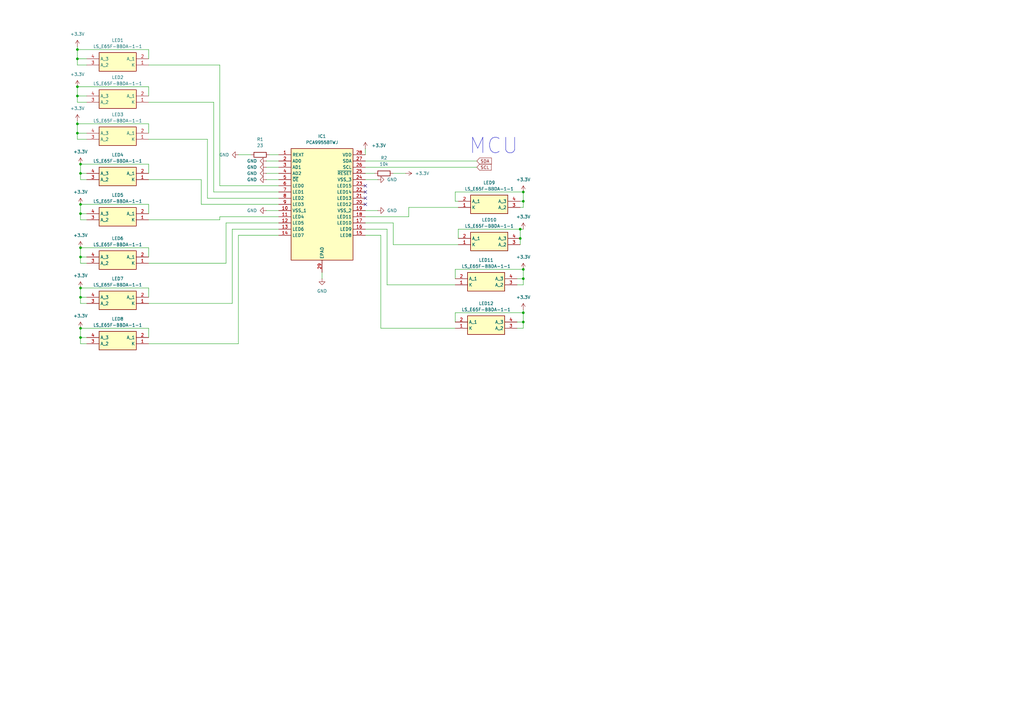
<source format=kicad_sch>
(kicad_sch (version 20250114) (generator "eeschema") (generator_version "9.0")
  (paper "A3")
  (title_block (title "Led_Driver") (date "2025-10-06") (company "Emirhan Yeler"))
  (lib_symbols
    (symbol "Device:R" (pin_numbers (hide yes)) (pin_names (offset 0))
      (property "Reference" "R" (at 2.032 0 90))
      (property "Value" "R" (at 0 0 90))
      (symbol "R_0_1"
        (rectangle (start -1.016 -2.54) (end 1.016 2.54) (stroke (width 0.254)))
      )
      (symbol "R_1_1"
        (pin passive line (at 0 3.81 270) (length 1.27) (name "~") (number "1"))
        (pin passive line (at 0 -3.81 90) (length 1.27) (name "~") (number "2"))
      )
    )
    (symbol "LS_E65F-BBDA-1-1:LS_E65F-BBDA-1-1"
      (property "Reference" "LED" (at 21.59 7.62 0))
      (property "Value" "LS_E65F-BBDA-1-1" (at 21.59 5.08 0))
      (symbol "LS_E65F-BBDA-1-1_1_1"
        (rectangle (start 5.08 2.54) (end 20.32 -5.08) (stroke (width 0.254)) (fill (type background)))
        (pin passive line (at 0 0 0) (length 5.08) (name "A_3") (number "4"))
        (pin passive line (at 0 -2.54 0) (length 5.08) (name "A_2") (number "3"))
        (pin passive line (at 25.4 0 180) (length 5.08) (name "A_1") (number "2"))
        (pin passive line (at 25.4 -2.54 180) (length 5.08) (name "K") (number "1"))
      )
    )
    (symbol "PCA9955BTWJ:PCA9955BTWJ"
      (property "Reference" "IC" (at 31.75 7.62 0))
      (property "Value" "PCA9955BTWJ" (at 31.75 5.08 0))
      (symbol "PCA9955BTWJ_1_1"
        (rectangle (start 5.08 2.54) (end 30.48 -43.18) (stroke (width 0.254)) (fill (type background)))
        (pin input line (at 0 0 0) (length 5.08) (name "REXT") (number "1"))
        (pin input line (at 0 -2.54 0) (length 5.08) (name "AD0") (number "2"))
        (pin input line (at 0 -5.08 0) (length 5.08) (name "AD1") (number "3"))
        (pin input line (at 0 -7.62 0) (length 5.08) (name "AD2") (number "4"))
        (pin input line (at 0 -10.16 0) (length 5.08) (name "~{OE}") (number "5"))
        (pin output line (at 0 -12.7 0) (length 5.08) (name "LED0") (number "6"))
        (pin output line (at 0 -15.24 0) (length 5.08) (name "LED1") (number "7"))
        (pin output line (at 0 -17.78 0) (length 5.08) (name "LED2") (number "8"))
        (pin output line (at 0 -20.32 0) (length 5.08) (name "LED3") (number "9"))
        (pin power_in line (at 0 -22.86 0) (length 5.08) (name "VSS_1") (number "10"))
        (pin output line (at 0 -25.4 0) (length 5.08) (name "LED4") (number "11"))
        (pin output line (at 0 -27.94 0) (length 5.08) (name "LED5") (number "12"))
        (pin output line (at 0 -30.48 0) (length 5.08) (name "LED6") (number "13"))
        (pin output line (at 0 -33.02 0) (length 5.08) (name "LED7") (number "14"))
        (pin power_in line (at 17.78 -48.26 90) (length 5.08) (name "EPAD") (number "29"))
        (pin power_in line (at 35.56 0 180) (length 5.08) (name "VDD") (number "28"))
        (pin bidirectional line (at 35.56 -2.54 180) (length 5.08) (name "SDA") (number "27"))
        (pin input line (at 35.56 -5.08 180) (length 5.08) (name "SCL") (number "26"))
        (pin input line (at 35.56 -7.62 180) (length 5.08) (name "~{RESET}") (number "25"))
        (pin power_in line (at 35.56 -10.16 180) (length 5.08) (name "VSS_3") (number "24"))
        (pin output line (at 35.56 -12.7 180) (length 5.08) (name "LED15") (number "23"))
        (pin output line (at 35.56 -15.24 180) (length 5.08) (name "LED14") (number "22"))
        (pin output line (at 35.56 -17.78 180) (length 5.08) (name "LED13") (number "21"))
        (pin output line (at 35.56 -20.32 180) (length 5.08) (name "LED12") (number "20"))
        (pin power_in line (at 35.56 -22.86 180) (length 5.08) (name "VSS_2") (number "19"))
        (pin output line (at 35.56 -25.4 180) (length 5.08) (name "LED11") (number "18"))
        (pin output line (at 35.56 -27.94 180) (length 5.08) (name "LED10") (number "17"))
        (pin output line (at 35.56 -30.48 180) (length 5.08) (name "LED9") (number "16"))
        (pin output line (at 35.56 -33.02 180) (length 5.08) (name "LED8") (number "15"))
      )
    )
    (symbol "power:+3.3V" (power) (pin_numbers (hide yes)) (pin_names (offset 0) (hide yes))
      (property "Value" "+3.3V" (at 0 3.556 0))
      (symbol "+3.3V_0_1"
        (polyline (pts (xy -0.762 1.27) (xy 0 2.54)))
        (polyline (pts (xy 0 2.54) (xy 0.762 1.27)))
        (polyline (pts (xy 0 0) (xy 0 2.54)))
      )
      (symbol "+3.3V_1_1"
        (pin power_in line (at 0 0 90) (length 0) (name "~") (number "1"))
      )
    )
    (symbol "power:GND" (power) (pin_numbers (hide yes)) (pin_names (offset 0) (hide yes))
      (property "Value" "GND" (at 0 -3.81 0))
      (symbol "GND_0_1"
        (polyline (pts (xy 0 0) (xy 0 -1.27) (xy 1.27 -1.27) (xy 0 -2.54) (xy -1.27 -1.27) (xy 0 -1.27)))
      )
      (symbol "GND_1_1"
        (pin power_in line (at 0 0 270) (length 0) (name "~") (number "1"))
      )
    )
  )
  (text "MCU" (at 202.438 59.944 0) (effects (font (size 6.35 6.35))))
  (junction (at 214.63 128.27))
  (junction (at 31.75 54.61))
  (junction (at 33.02 105.41))
  (junction (at 33.02 138.43))
  (junction (at 214.63 132.08))
  (junction (at 214.63 78.74))
  (junction (at 213.36 93.98))
  (junction (at 31.75 39.37))
  (junction (at 33.02 101.6))
  (junction (at 33.02 87.63))
  (junction (at 33.02 134.62))
  (junction (at 33.02 118.11))
  (junction (at 31.75 24.13))
  (junction (at 33.02 83.82))
  (junction (at 214.63 82.55))
  (junction (at 31.75 50.8))
  (junction (at 31.75 20.32))
  (junction (at 213.36 97.79))
  (junction (at 214.63 114.3))
  (junction (at 33.02 71.12))
  (junction (at 33.02 121.92))
  (junction (at 31.75 35.56))
  (junction (at 33.02 67.31))
  (junction (at 214.63 110.49))
  (no_connect (at 149.86 83.82))
  (no_connect (at 149.86 78.74))
  (no_connect (at 149.86 76.2))
  (no_connect (at 149.86 81.28))
  (wire (pts (xy 110.49 63.5) (xy 114.3 63.5)))
  (wire (pts (xy 114.3 93.98) (xy 95.25 93.98)))
  (wire (pts (xy 60.96 134.62) (xy 33.02 134.62)))
  (wire (pts (xy 187.96 100.33) (xy 161.29 100.33)))
  (wire (pts (xy 186.69 128.27) (xy 214.63 128.27)))
  (wire (pts (xy 167.64 88.9) (xy 149.86 88.9)))
  (wire (pts (xy 167.64 85.09) (xy 167.64 88.9)))
  (wire (pts (xy 186.69 132.08) (xy 186.69 128.27)))
  (wire (pts (xy 82.55 73.66) (xy 60.96 73.66)))
  (wire (pts (xy 214.63 85.09) (xy 214.63 82.55)))
  (wire (pts (xy 31.75 20.32) (xy 60.96 20.32)))
  (wire (pts (xy 187.96 97.79) (xy 187.96 93.98)))
  (wire (pts (xy 158.75 93.98) (xy 149.86 93.98)))
  (wire (pts (xy 161.29 71.12) (xy 166.37 71.12)))
  (wire (pts (xy 158.75 116.84) (xy 158.75 93.98)))
  (wire (pts (xy 33.02 121.92) (xy 35.56 121.92)))
  (wire (pts (xy 60.96 105.41) (xy 60.96 101.6)))
  (wire (pts (xy 33.02 90.17) (xy 33.02 87.63)))
  (wire (pts (xy 213.36 85.09) (xy 214.63 85.09)))
  (wire (pts (xy 31.75 19.05) (xy 31.75 20.32)))
  (wire (pts (xy 149.86 66.04) (xy 195.58 66.04)))
  (wire (pts (xy 60.96 24.13) (xy 60.96 20.32)))
  (wire (pts (xy 214.63 114.3) (xy 214.63 110.49)))
  (wire (pts (xy 186.69 114.3) (xy 186.69 110.49)))
  (wire (pts (xy 213.36 93.98) (xy 214.63 93.98)))
  (wire (pts (xy 156.21 134.62) (xy 156.21 96.52)))
  (wire (pts (xy 212.09 114.3) (xy 214.63 114.3)))
  (wire (pts (xy 35.56 26.67) (xy 31.75 26.67)))
  (wire (pts (xy 60.96 54.61) (xy 60.96 50.8)))
  (wire (pts (xy 31.75 24.13) (xy 31.75 20.32)))
  (wire (pts (xy 114.3 88.9) (xy 90.17 88.9)))
  (wire (pts (xy 35.56 107.95) (xy 33.02 107.95)))
  (wire (pts (xy 109.22 86.36) (xy 114.3 86.36)))
  (wire (pts (xy 31.75 35.56) (xy 60.96 35.56)))
  (wire (pts (xy 33.02 87.63) (xy 35.56 87.63)))
  (wire (pts (xy 186.69 110.49) (xy 214.63 110.49)))
  (wire (pts (xy 90.17 26.67) (xy 60.96 26.67)))
  (wire (pts (xy 33.02 71.12) (xy 33.02 73.66)))
  (wire (pts (xy 213.36 97.79) (xy 213.36 100.33)))
  (wire (pts (xy 90.17 90.17) (xy 60.96 90.17)))
  (wire (pts (xy 87.63 41.91) (xy 87.63 78.74)))
  (wire (pts (xy 35.56 73.66) (xy 33.02 73.66)))
  (wire (pts (xy 187.96 85.09) (xy 167.64 85.09)))
  (wire (pts (xy 31.75 54.61) (xy 31.75 57.15)))
  (wire (pts (xy 60.96 138.43) (xy 60.96 134.62)))
  (wire (pts (xy 60.96 118.11) (xy 33.02 118.11)))
  (wire (pts (xy 60.96 67.31) (xy 33.02 67.31)))
  (wire (pts (xy 114.3 83.82) (xy 82.55 83.82)))
  (wire (pts (xy 187.96 93.98) (xy 213.36 93.98)))
  (wire (pts (xy 212.09 116.84) (xy 214.63 116.84)))
  (wire (pts (xy 60.96 140.97) (xy 97.79 140.97)))
  (wire (pts (xy 31.75 57.15) (xy 35.56 57.15)))
  (wire (pts (xy 31.75 41.91) (xy 31.75 39.37)))
  (wire (pts (xy 33.02 140.97) (xy 35.56 140.97)))
  (wire (pts (xy 60.96 71.12) (xy 60.96 67.31)))
  (wire (pts (xy 186.69 116.84) (xy 158.75 116.84)))
  (wire (pts (xy 60.96 41.91) (xy 87.63 41.91)))
  (wire (pts (xy 212.09 134.62) (xy 214.63 134.62)))
  (wire (pts (xy 33.02 71.12) (xy 35.56 71.12)))
  (wire (pts (xy 90.17 76.2) (xy 90.17 26.67)))
  (wire (pts (xy 33.02 138.43) (xy 33.02 140.97)))
  (wire (pts (xy 213.36 82.55) (xy 214.63 82.55)))
  (wire (pts (xy 149.86 68.58) (xy 195.58 68.58)))
  (wire (pts (xy 114.3 81.28) (xy 85.09 81.28)))
  (wire (pts (xy 213.36 93.98) (xy 213.36 97.79)))
  (wire (pts (xy 149.86 73.66) (xy 154.94 73.66)))
  (wire (pts (xy 31.75 26.67) (xy 31.75 24.13)))
  (wire (pts (xy 109.22 73.66) (xy 114.3 73.66)))
  (wire (pts (xy 35.56 39.37) (xy 31.75 39.37)))
  (wire (pts (xy 186.69 82.55) (xy 186.69 78.74)))
  (wire (pts (xy 31.75 24.13) (xy 35.56 24.13)))
  (wire (pts (xy 109.22 68.58) (xy 114.3 68.58)))
  (wire (pts (xy 33.02 107.95) (xy 33.02 105.41)))
  (wire (pts (xy 33.02 118.11) (xy 33.02 121.92)))
  (wire (pts (xy 60.96 101.6) (xy 33.02 101.6)))
  (wire (pts (xy 149.86 71.12) (xy 153.67 71.12)))
  (wire (pts (xy 214.63 82.55) (xy 214.63 78.74)))
  (wire (pts (xy 33.02 124.46) (xy 35.56 124.46)))
  (wire (pts (xy 60.96 121.92) (xy 60.96 118.11)))
  (wire (pts (xy 31.75 50.8) (xy 31.75 54.61)))
  (wire (pts (xy 85.09 81.28) (xy 85.09 57.15)))
  (wire (pts (xy 186.69 78.74) (xy 214.63 78.74)))
  (wire (pts (xy 33.02 105.41) (xy 35.56 105.41)))
  (wire (pts (xy 114.3 91.44) (xy 92.71 91.44)))
  (wire (pts (xy 33.02 83.82) (xy 60.96 83.82)))
  (wire (pts (xy 60.96 35.56) (xy 60.96 39.37)))
  (wire (pts (xy 97.79 96.52) (xy 114.3 96.52)))
  (wire (pts (xy 149.86 86.36) (xy 154.94 86.36)))
  (wire (pts (xy 97.79 63.5) (xy 102.87 63.5)))
  (wire (pts (xy 95.25 93.98) (xy 95.25 124.46)))
  (wire (pts (xy 33.02 121.92) (xy 33.02 124.46)))
  (wire (pts (xy 156.21 96.52) (xy 149.86 96.52)))
  (wire (pts (xy 212.09 132.08) (xy 214.63 132.08)))
  (wire (pts (xy 214.63 116.84) (xy 214.63 114.3)))
  (wire (pts (xy 161.29 91.44) (xy 149.86 91.44)))
  (wire (pts (xy 31.75 54.61) (xy 35.56 54.61)))
  (wire (pts (xy 214.63 128.27) (xy 214.63 127)))
  (wire (pts (xy 33.02 87.63) (xy 33.02 83.82)))
  (wire (pts (xy 109.22 71.12) (xy 114.3 71.12)))
  (wire (pts (xy 35.56 41.91) (xy 31.75 41.91)))
  (wire (pts (xy 109.22 66.04) (xy 114.3 66.04)))
  (wire (pts (xy 214.63 134.62) (xy 214.63 132.08)))
  (wire (pts (xy 95.25 124.46) (xy 60.96 124.46)))
  (wire (pts (xy 33.02 67.31) (xy 33.02 71.12)))
  (wire (pts (xy 33.02 134.62) (xy 33.02 138.43)))
  (wire (pts (xy 186.69 134.62) (xy 156.21 134.62)))
  (wire (pts (xy 92.71 91.44) (xy 92.71 107.95)))
  (wire (pts (xy 33.02 138.43) (xy 35.56 138.43)))
  (wire (pts (xy 187.96 82.55) (xy 186.69 82.55)))
  (wire (pts (xy 114.3 76.2) (xy 90.17 76.2)))
  (wire (pts (xy 33.02 101.6) (xy 33.02 105.41)))
  (wire (pts (xy 60.96 50.8) (xy 31.75 50.8)))
  (wire (pts (xy 161.29 100.33) (xy 161.29 91.44)))
  (wire (pts (xy 85.09 57.15) (xy 60.96 57.15)))
  (wire (pts (xy 214.63 132.08) (xy 214.63 128.27)))
  (wire (pts (xy 60.96 83.82) (xy 60.96 87.63)))
  (wire (pts (xy 132.08 111.76) (xy 132.08 114.3)))
  (wire (pts (xy 35.56 90.17) (xy 33.02 90.17)))
  (wire (pts (xy 87.63 78.74) (xy 114.3 78.74)))
  (wire (pts (xy 97.79 140.97) (xy 97.79 96.52)))
  (wire (pts (xy 82.55 83.82) (xy 82.55 73.66)))
  (wire (pts (xy 31.75 49.53) (xy 31.75 50.8)))
  (wire (pts (xy 92.71 107.95) (xy 60.96 107.95)))
  (wire (pts (xy 90.17 88.9) (xy 90.17 90.17)))
  (wire (pts (xy 31.75 35.56) (xy 31.75 39.37)))
  (wire (pts (xy 149.86 60.96) (xy 149.86 63.5)))
  (global_label "SDA" (shape input) (at 195.58 66.04 0) (property "Intersheetrefs" "${INTERSHEET_REFS}" (effects (hide yes))))
  (global_label "SCL" (shape input) (at 195.58 68.58 0) (property "Intersheetrefs" "${INTERSHEET_REFS}" (effects (hide yes))))
  (symbol (lib_id "power:+3.3V") (at 31.75 49.53 0) (unit 1)
    (property "Reference" "#PWR014" (effects (hide yes)))
    (property "Value" "+3.3V" (at 31.75 44.45 0))
    (property "Description" "Power symbol creates a global label with name \"+3.3V\"" (effects (hide yes)))
  )
  (symbol (lib_id "power:GND") (at 109.22 86.36 270) (unit 1)
    (property "Reference" "#PWR02" (effects (hide yes)))
    (property "Value" "GND" (at 105.41 86.3599 90) (effects (justify right)))
    (property "Description" "Power symbol creates a global label with name \"GND\" , ground" (effects (hide yes)))
  )
  (symbol (lib_id "power:+3.3V") (at 33.02 134.62 0) (unit 1)
    (property "Reference" "#PWR019" (effects (hide yes)))
    (property "Value" "+3.3V" (at 33.02 129.54 0))
    (property "Description" "Power symbol creates a global label with name \"+3.3V\"" (effects (hide yes)))
  )
  (symbol (lib_id "LS_E65F-BBDA-1-1:LS_E65F-BBDA-1-1") (at 35.56 138.43 0) (unit 1)
    (property "Reference" "LED8" (at 48.26 130.81 0))
    (property "Value" "LS_E65F-BBDA-1-1" (at 48.26 133.35 0))
    (property "Footprint" "LS_E65F-BBDA-1-1:LSE65FBBDA11" (effects (hide yes)))
    (property "Datasheet" "https://mm.digikey.com/Volume0/opasdata/d220001/medias/docus/406/LS_E65F_Rev1.2.pdf" (effects (hide yes)))
    (property "Description" "2.15 V Red LED PLCC 4 SMD,Osram Opto Power TOPLED Lens LS E65F-BBDA-1-1" (effects (hide yes)))
    (property "Height" "3.5" (effects (hide yes)))
    (property "Mouser Part Number" "720-LSE65F-BBDA-1-Z" (effects (hide yes)))
    (property "Mouser Price/Stock" "https://www.mouser.co.uk/ProductDetail/ams-OSRAM/LS-E65F-BBDA-1-1?qs=NTcu%252BMSV%252BkPhQlF5hhPaMg%3D%3D" (effects (hide yes)))
    (property "Manufacturer_Name" "ams OSRAM" (effects (hide yes)))
    (property "Manufacturer_Part_Number" "LS E65F-BBDA-1-1" (effects (hide yes)))
  )
  (symbol (lib_id "power:GND") (at 132.08 114.3 0) (unit 1)
    (property "Reference" "#PWR05" (effects (hide yes)))
    (property "Value" "GND" (at 132.08 119.38 0))
    (property "Description" "Power symbol creates a global label with name \"GND\" , ground" (effects (hide yes)))
  )
  (symbol (lib_id "LS_E65F-BBDA-1-1:LS_E65F-BBDA-1-1") (at 35.56 105.41 0) (unit 1)
    (property "Reference" "LED6" (at 48.26 97.79 0))
    (property "Value" "LS_E65F-BBDA-1-1" (at 48.26 100.33 0))
    (property "Footprint" "LS_E65F-BBDA-1-1:LSE65FBBDA11" (effects (hide yes)))
    (property "Datasheet" "https://mm.digikey.com/Volume0/opasdata/d220001/medias/docus/406/LS_E65F_Rev1.2.pdf" (effects (hide yes)))
    (property "Description" "2.15 V Red LED PLCC 4 SMD,Osram Opto Power TOPLED Lens LS E65F-BBDA-1-1" (effects (hide yes)))
    (property "Height" "3.5" (effects (hide yes)))
    (property "Mouser Part Number" "720-LSE65F-BBDA-1-Z" (effects (hide yes)))
    (property "Mouser Price/Stock" "https://www.mouser.co.uk/ProductDetail/ams-OSRAM/LS-E65F-BBDA-1-1?qs=NTcu%252BMSV%252BkPhQlF5hhPaMg%3D%3D" (effects (hide yes)))
    (property "Manufacturer_Name" "ams OSRAM" (effects (hide yes)))
    (property "Manufacturer_Part_Number" "LS E65F-BBDA-1-1" (effects (hide yes)))
  )
  (symbol (lib_id "power:+3.3V") (at 149.86 60.96 0) (unit 1)
    (property "Reference" "#PWR01" (effects (hide yes)))
    (property "Value" "+3.3V" (at 152.4 59.6899 0) (effects (justify left)))
    (property "Description" "Power symbol creates a global label with name \"+3.3V\"" (effects (hide yes)))
  )
  (symbol (lib_id "LS_E65F-BBDA-1-1:LS_E65F-BBDA-1-1") (at 35.56 71.12 0) (unit 1)
    (property "Reference" "LED4" (at 48.26 63.5 0))
    (property "Value" "LS_E65F-BBDA-1-1" (at 48.26 66.04 0))
    (property "Footprint" "LS_E65F-BBDA-1-1:LSE65FBBDA11" (effects (hide yes)))
    (property "Datasheet" "https://mm.digikey.com/Volume0/opasdata/d220001/medias/docus/406/LS_E65F_Rev1.2.pdf" (effects (hide yes)))
    (property "Description" "2.15 V Red LED PLCC 4 SMD,Osram Opto Power TOPLED Lens LS E65F-BBDA-1-1" (effects (hide yes)))
    (property "Height" "3.5" (effects (hide yes)))
    (property "Mouser Part Number" "720-LSE65F-BBDA-1-Z" (effects (hide yes)))
    (property "Mouser Price/Stock" "https://www.mouser.co.uk/ProductDetail/ams-OSRAM/LS-E65F-BBDA-1-1?qs=NTcu%252BMSV%252BkPhQlF5hhPaMg%3D%3D" (effects (hide yes)))
    (property "Manufacturer_Name" "ams OSRAM" (effects (hide yes)))
    (property "Manufacturer_Part_Number" "LS E65F-BBDA-1-1" (effects (hide yes)))
  )
  (symbol (lib_id "power:+3.3V") (at 214.63 110.49 0) (unit 1)
    (property "Reference" "#PWR022" (effects (hide yes)))
    (property "Value" "+3.3V" (at 214.63 105.41 0))
    (property "Description" "Power symbol creates a global label with name \"+3.3V\"" (effects (hide yes)))
  )
  (symbol (lib_id "Device:R") (at 157.48 71.12 90) (unit 1)
    (property "Reference" "R2" (at 157.48 64.77 90))
    (property "Value" "10k" (at 157.48 67.31 90))
    (property "Footprint" "Resistor_SMD:R_0603_1608Metric" (effects (hide yes)))
    (property "Description" "Resistor" (effects (hide yes)))
  )
  (symbol (lib_id "power:GND") (at 109.22 71.12 270) (unit 1)
    (property "Reference" "#PWR011" (effects (hide yes)))
    (property "Value" "GND" (at 105.41 71.1199 90) (effects (justify right)))
    (property "Description" "Power symbol creates a global label with name \"GND\" , ground" (effects (hide yes)))
  )
  (symbol (lib_id "power:+3.3V") (at 33.02 67.31 0) (unit 1)
    (property "Reference" "#PWR015" (effects (hide yes)))
    (property "Value" "+3.3V" (at 33.02 62.23 0))
    (property "Description" "Power symbol creates a global label with name \"+3.3V\"" (effects (hide yes)))
  )
  (symbol (lib_id "LS_E65F-BBDA-1-1:LS_E65F-BBDA-1-1") (at 35.56 54.61 0) (unit 1)
    (property "Reference" "LED3" (at 48.26 46.99 0))
    (property "Value" "LS_E65F-BBDA-1-1" (at 48.26 49.53 0))
    (property "Footprint" "LS_E65F-BBDA-1-1:LSE65FBBDA11" (effects (hide yes)))
    (property "Datasheet" "https://mm.digikey.com/Volume0/opasdata/d220001/medias/docus/406/LS_E65F_Rev1.2.pdf" (effects (hide yes)))
    (property "Description" "2.15 V Red LED PLCC 4 SMD,Osram Opto Power TOPLED Lens LS E65F-BBDA-1-1" (effects (hide yes)))
    (property "Height" "3.5" (effects (hide yes)))
    (property "Mouser Part Number" "720-LSE65F-BBDA-1-Z" (effects (hide yes)))
    (property "Mouser Price/Stock" "https://www.mouser.co.uk/ProductDetail/ams-OSRAM/LS-E65F-BBDA-1-1?qs=NTcu%252BMSV%252BkPhQlF5hhPaMg%3D%3D" (effects (hide yes)))
    (property "Manufacturer_Name" "ams OSRAM" (effects (hide yes)))
    (property "Manufacturer_Part_Number" "LS E65F-BBDA-1-1" (effects (hide yes)))
  )
  (symbol (lib_id "power:+3.3V") (at 214.63 78.74 0) (unit 1)
    (property "Reference" "#PWR020" (effects (hide yes)))
    (property "Value" "+3.3V" (at 214.63 73.66 0))
    (property "Description" "Power symbol creates a global label with name \"+3.3V\"" (effects (hide yes)))
  )
  (symbol (lib_id "power:GND") (at 109.22 66.04 270) (unit 1)
    (property "Reference" "#PWR09" (effects (hide yes)))
    (property "Value" "GND" (at 105.41 66.0399 90) (effects (justify right)))
    (property "Description" "Power symbol creates a global label with name \"GND\" , ground" (effects (hide yes)))
  )
  (symbol (lib_id "LS_E65F-BBDA-1-1:LS_E65F-BBDA-1-1") (at 35.56 121.92 0) (unit 1)
    (property "Reference" "LED7" (at 48.26 114.3 0))
    (property "Value" "LS_E65F-BBDA-1-1" (at 48.26 116.84 0))
    (property "Footprint" "LS_E65F-BBDA-1-1:LSE65FBBDA11" (effects (hide yes)))
    (property "Datasheet" "https://mm.digikey.com/Volume0/opasdata/d220001/medias/docus/406/LS_E65F_Rev1.2.pdf" (effects (hide yes)))
    (property "Description" "2.15 V Red LED PLCC 4 SMD,Osram Opto Power TOPLED Lens LS E65F-BBDA-1-1" (effects (hide yes)))
    (property "Height" "3.5" (effects (hide yes)))
    (property "Mouser Part Number" "720-LSE65F-BBDA-1-Z" (effects (hide yes)))
    (property "Mouser Price/Stock" "https://www.mouser.co.uk/ProductDetail/ams-OSRAM/LS-E65F-BBDA-1-1?qs=NTcu%252BMSV%252BkPhQlF5hhPaMg%3D%3D" (effects (hide yes)))
    (property "Manufacturer_Name" "ams OSRAM" (effects (hide yes)))
    (property "Manufacturer_Part_Number" "LS E65F-BBDA-1-1" (effects (hide yes)))
  )
  (symbol (lib_id "LS_E65F-BBDA-1-1:LS_E65F-BBDA-1-1") (at 213.36 82.55 0) (mirror y) (unit 1)
    (property "Reference" "LED9" (at 200.66 74.93 0))
    (property "Value" "LS_E65F-BBDA-1-1" (at 200.66 77.47 0))
    (property "Footprint" "LSE65FBBDA11" (effects (hide yes)))
    (property "Datasheet" "https://mm.digikey.com/Volume0/opasdata/d220001/medias/docus/406/LS_E65F_Rev1.2.pdf" (effects (hide yes)))
    (property "Description" "2.15 V Red LED PLCC 4 SMD,Osram Opto Power TOPLED Lens LS E65F-BBDA-1-1" (effects (hide yes)))
    (property "Height" "3.5" (effects (hide yes)))
    (property "Mouser Part Number" "720-LSE65F-BBDA-1-Z" (effects (hide yes)))
    (property "Mouser Price/Stock" "https://www.mouser.co.uk/ProductDetail/ams-OSRAM/LS-E65F-BBDA-1-1?qs=NTcu%252BMSV%252BkPhQlF5hhPaMg%3D%3D" (effects (hide yes)))
    (property "Manufacturer_Name" "ams OSRAM" (effects (hide yes)))
    (property "Manufacturer_Part_Number" "LS E65F-BBDA-1-1" (effects (hide yes)))
  )
  (symbol (lib_id "power:+3.3V") (at 166.37 71.12 270) (unit 1)
    (property "Reference" "#PWR08" (effects (hide yes)))
    (property "Value" "+3.3V" (at 170.18 71.1199 90) (effects (justify left)))
    (property "Description" "Power symbol creates a global label with name \"+3.3V\"" (effects (hide yes)))
  )
  (symbol (lib_id "power:GND") (at 154.94 86.36 90) (unit 1)
    (property "Reference" "#PWR03" (effects (hide yes)))
    (property "Value" "GND" (at 158.75 86.3599 90) (effects (justify right)))
    (property "Description" "Power symbol creates a global label with name \"GND\" , ground" (effects (hide yes)))
  )
  (symbol (lib_id "power:GND") (at 109.22 68.58 270) (unit 1)
    (property "Reference" "#PWR010" (effects (hide yes)))
    (property "Value" "GND" (at 105.41 68.5799 90) (effects (justify right)))
    (property "Description" "Power symbol creates a global label with name \"GND\" , ground" (effects (hide yes)))
  )
  (symbol (lib_id "LS_E65F-BBDA-1-1:LS_E65F-BBDA-1-1") (at 212.09 132.08 0) (mirror y) (unit 1)
    (property "Reference" "LED12" (at 199.39 124.46 0))
    (property "Value" "LS_E65F-BBDA-1-1" (at 199.39 127 0))
    (property "Footprint" "LSE65FBBDA11" (effects (hide yes)))
    (property "Datasheet" "https://mm.digikey.com/Volume0/opasdata/d220001/medias/docus/406/LS_E65F_Rev1.2.pdf" (effects (hide yes)))
    (property "Description" "2.15 V Red LED PLCC 4 SMD,Osram Opto Power TOPLED Lens LS E65F-BBDA-1-1" (effects (hide yes)))
    (property "Height" "3.5" (effects (hide yes)))
    (property "Mouser Part Number" "720-LSE65F-BBDA-1-Z" (effects (hide yes)))
    (property "Mouser Price/Stock" "https://www.mouser.co.uk/ProductDetail/ams-OSRAM/LS-E65F-BBDA-1-1?qs=NTcu%252BMSV%252BkPhQlF5hhPaMg%3D%3D" (effects (hide yes)))
    (property "Manufacturer_Name" "ams OSRAM" (effects (hide yes)))
    (property "Manufacturer_Part_Number" "LS E65F-BBDA-1-1" (effects (hide yes)))
  )
  (symbol (lib_id "power:GND") (at 97.79 63.5 270) (unit 1)
    (property "Reference" "#PWR06" (effects (hide yes)))
    (property "Value" "GND" (at 93.98 63.4999 90) (effects (justify right)))
    (property "Description" "Power symbol creates a global label with name \"GND\" , ground" (effects (hide yes)))
  )
  (symbol (lib_id "power:GND") (at 154.94 73.66 90) (unit 1)
    (property "Reference" "#PWR04" (effects (hide yes)))
    (property "Value" "GND" (at 158.75 73.6599 90) (effects (justify right)))
    (property "Description" "Power symbol creates a global label with name \"GND\" , ground" (effects (hide yes)))
  )
  (symbol (lib_id "PCA9955BTWJ:PCA9955BTWJ") (at 114.3 63.5 0) (unit 1)
    (property "Reference" "IC1" (at 132.08 55.88 0))
    (property "Value" "PCA9955BTWJ" (at 132.08 58.42 0))
    (property "Footprint" "SOP65P640X110-29N" (effects (hide yes)))
    (property "Datasheet" "http://www.nxp.com/docs/en/data-sheet/PCA9955B.pdf" (effects (hide yes)))
    (property "Description" "NXP - PCA9955BTWJ - LED DRIVER, CONSTANT CURRENT, HTSSOP-28" (effects (hide yes)))
    (property "Height" "1.1" (effects (hide yes)))
    (property "Manufacturer_Name" "NXP" (effects (hide yes)))
    (property "Manufacturer_Part_Number" "PCA9955BTWJ" (effects (hide yes)))
  )
  (symbol (lib_id "LS_E65F-BBDA-1-1:LS_E65F-BBDA-1-1") (at 35.56 24.13 0) (unit 1)
    (property "Reference" "LED1" (at 48.26 16.51 0))
    (property "Value" "LS_E65F-BBDA-1-1" (at 48.26 19.05 0))
    (property "Footprint" "LS_E65F-BBDA-1-1:LSE65FBBDA11" (effects (hide yes)))
    (property "Datasheet" "https://mm.digikey.com/Volume0/opasdata/d220001/medias/docus/406/LS_E65F_Rev1.2.pdf" (effects (hide yes)))
    (property "Description" "2.15 V Red LED PLCC 4 SMD,Osram Opto Power TOPLED Lens LS E65F-BBDA-1-1" (effects (hide yes)))
    (property "Height" "3.5" (effects (hide yes)))
    (property "Mouser Part Number" "720-LSE65F-BBDA-1-Z" (effects (hide yes)))
    (property "Mouser Price/Stock" "https://www.mouser.co.uk/ProductDetail/ams-OSRAM/LS-E65F-BBDA-1-1?qs=NTcu%252BMSV%252BkPhQlF5hhPaMg%3D%3D" (effects (hide yes)))
    (property "Manufacturer_Name" "ams OSRAM" (effects (hide yes)))
    (property "Manufacturer_Part_Number" "LS E65F-BBDA-1-1" (effects (hide yes)))
  )
  (symbol (lib_id "power:+3.3V") (at 31.75 19.05 0) (unit 1)
    (property "Reference" "#PWR012" (effects (hide yes)))
    (property "Value" "+3.3V" (at 31.75 13.97 0))
    (property "Description" "Power symbol creates a global label with name \"+3.3V\"" (effects (hide yes)))
  )
  (symbol (lib_id "power:+3.3V") (at 31.75 35.56 0) (unit 1)
    (property "Reference" "#PWR013" (effects (hide yes)))
    (property "Value" "+3.3V" (at 31.75 30.48 0))
    (property "Description" "Power symbol creates a global label with name \"+3.3V\"" (effects (hide yes)))
  )
  (symbol (lib_id "LS_E65F-BBDA-1-1:LS_E65F-BBDA-1-1") (at 212.09 114.3 0) (mirror y) (unit 1)
    (property "Reference" "LED11" (at 199.39 106.68 0))
    (property "Value" "LS_E65F-BBDA-1-1" (at 199.39 109.22 0))
    (property "Footprint" "LSE65FBBDA11" (effects (hide yes)))
    (property "Datasheet" "https://mm.digikey.com/Volume0/opasdata/d220001/medias/docus/406/LS_E65F_Rev1.2.pdf" (effects (hide yes)))
    (property "Description" "2.15 V Red LED PLCC 4 SMD,Osram Opto Power TOPLED Lens LS E65F-BBDA-1-1" (effects (hide yes)))
    (property "Height" "3.5" (effects (hide yes)))
    (property "Mouser Part Number" "720-LSE65F-BBDA-1-Z" (effects (hide yes)))
    (property "Mouser Price/Stock" "https://www.mouser.co.uk/ProductDetail/ams-OSRAM/LS-E65F-BBDA-1-1?qs=NTcu%252BMSV%252BkPhQlF5hhPaMg%3D%3D" (effects (hide yes)))
    (property "Manufacturer_Name" "ams OSRAM" (effects (hide yes)))
    (property "Manufacturer_Part_Number" "LS E65F-BBDA-1-1" (effects (hide yes)))
  )
  (symbol (lib_id "power:GND") (at 109.22 73.66 270) (unit 1)
    (property "Reference" "#PWR07" (effects (hide yes)))
    (property "Value" "GND" (at 105.41 73.6599 90) (effects (justify right)))
    (property "Description" "Power symbol creates a global label with name \"GND\" , ground" (effects (hide yes)))
  )
  (symbol (lib_id "Device:R") (at 106.68 63.5 90) (unit 1)
    (property "Reference" "R1" (at 106.68 57.15 90))
    (property "Value" "23" (at 106.68 59.69 90))
    (property "Footprint" "Resistor_SMD:R_0603_1608Metric" (effects (hide yes)))
    (property "Description" "Resistor" (effects (hide yes)))
  )
  (symbol (lib_id "LS_E65F-BBDA-1-1:LS_E65F-BBDA-1-1") (at 35.56 39.37 0) (unit 1)
    (property "Reference" "LED2" (at 48.26 31.75 0))
    (property "Value" "LS_E65F-BBDA-1-1" (at 48.26 34.29 0))
    (property "Footprint" "LS_E65F-BBDA-1-1:LSE65FBBDA11" (effects (hide yes)))
    (property "Datasheet" "https://mm.digikey.com/Volume0/opasdata/d220001/medias/docus/406/LS_E65F_Rev1.2.pdf" (effects (hide yes)))
    (property "Description" "2.15 V Red LED PLCC 4 SMD,Osram Opto Power TOPLED Lens LS E65F-BBDA-1-1" (effects (hide yes)))
    (property "Height" "3.5" (effects (hide yes)))
    (property "Mouser Part Number" "720-LSE65F-BBDA-1-Z" (effects (hide yes)))
    (property "Mouser Price/Stock" "https://www.mouser.co.uk/ProductDetail/ams-OSRAM/LS-E65F-BBDA-1-1?qs=NTcu%252BMSV%252BkPhQlF5hhPaMg%3D%3D" (effects (hide yes)))
    (property "Manufacturer_Name" "ams OSRAM" (effects (hide yes)))
    (property "Manufacturer_Part_Number" "LS E65F-BBDA-1-1" (effects (hide yes)))
  )
  (symbol (lib_id "power:+3.3V") (at 33.02 101.6 0) (unit 1)
    (property "Reference" "#PWR017" (effects (hide yes)))
    (property "Value" "+3.3V" (at 33.02 96.52 0))
    (property "Description" "Power symbol creates a global label with name \"+3.3V\"" (effects (hide yes)))
  )
  (symbol (lib_id "power:+3.3V") (at 33.02 83.82 0) (unit 1)
    (property "Reference" "#PWR016" (effects (hide yes)))
    (property "Value" "+3.3V" (at 33.02 78.74 0))
    (property "Description" "Power symbol creates a global label with name \"+3.3V\"" (effects (hide yes)))
  )
  (symbol (lib_id "LS_E65F-BBDA-1-1:LS_E65F-BBDA-1-1") (at 213.36 97.79 0) (mirror y) (unit 1)
    (property "Reference" "LED10" (at 200.66 90.17 0))
    (property "Value" "LS_E65F-BBDA-1-1" (at 200.66 92.71 0))
    (property "Footprint" "LSE65FBBDA11" (effects (hide yes)))
    (property "Datasheet" "https://mm.digikey.com/Volume0/opasdata/d220001/medias/docus/406/LS_E65F_Rev1.2.pdf" (effects (hide yes)))
    (property "Description" "2.15 V Red LED PLCC 4 SMD,Osram Opto Power TOPLED Lens LS E65F-BBDA-1-1" (effects (hide yes)))
    (property "Height" "3.5" (effects (hide yes)))
    (property "Mouser Part Number" "720-LSE65F-BBDA-1-Z" (effects (hide yes)))
    (property "Mouser Price/Stock" "https://www.mouser.co.uk/ProductDetail/ams-OSRAM/LS-E65F-BBDA-1-1?qs=NTcu%252BMSV%252BkPhQlF5hhPaMg%3D%3D" (effects (hide yes)))
    (property "Manufacturer_Name" "ams OSRAM" (effects (hide yes)))
    (property "Manufacturer_Part_Number" "LS E65F-BBDA-1-1" (effects (hide yes)))
  )
  (symbol (lib_id "power:+3.3V") (at 33.02 118.11 0) (unit 1)
    (property "Reference" "#PWR018" (effects (hide yes)))
    (property "Value" "+3.3V" (at 33.02 113.03 0))
    (property "Description" "Power symbol creates a global label with name \"+3.3V\"" (effects (hide yes)))
  )
  (symbol (lib_id "power:+3.3V") (at 214.63 127 0) (unit 1)
    (property "Reference" "#PWR023" (effects (hide yes)))
    (property "Value" "+3.3V" (at 214.63 121.92 0))
    (property "Description" "Power symbol creates a global label with name \"+3.3V\"" (effects (hide yes)))
  )
  (symbol (lib_id "power:+3.3V") (at 214.63 93.98 0) (unit 1)
    (property "Reference" "#PWR021" (effects (hide yes)))
    (property "Value" "+3.3V" (at 214.63 88.9 0))
    (property "Description" "Power symbol creates a global label with name \"+3.3V\"" (effects (hide yes)))
  )
  (symbol (lib_id "LS_E65F-BBDA-1-1:LS_E65F-BBDA-1-1") (at 35.56 87.63 0) (unit 1)
    (property "Reference" "LED5" (at 48.26 80.01 0))
    (property "Value" "LS_E65F-BBDA-1-1" (at 48.26 82.55 0))
    (property "Footprint" "LS_E65F-BBDA-1-1:LSE65FBBDA11" (effects (hide yes)))
    (property "Datasheet" "https://mm.digikey.com/Volume0/opasdata/d220001/medias/docus/406/LS_E65F_Rev1.2.pdf" (effects (hide yes)))
    (property "Description" "2.15 V Red LED PLCC 4 SMD,Osram Opto Power TOPLED Lens LS E65F-BBDA-1-1" (effects (hide yes)))
    (property "Height" "3.5" (effects (hide yes)))
    (property "Mouser Part Number" "720-LSE65F-BBDA-1-Z" (effects (hide yes)))
    (property "Mouser Price/Stock" "https://www.mouser.co.uk/ProductDetail/ams-OSRAM/LS-E65F-BBDA-1-1?qs=NTcu%252BMSV%252BkPhQlF5hhPaMg%3D%3D" (effects (hide yes)))
    (property "Manufacturer_Name" "ams OSRAM" (effects (hide yes)))
    (property "Manufacturer_Part_Number" "LS E65F-BBDA-1-1" (effects (hide yes)))
  )
)
</source>
